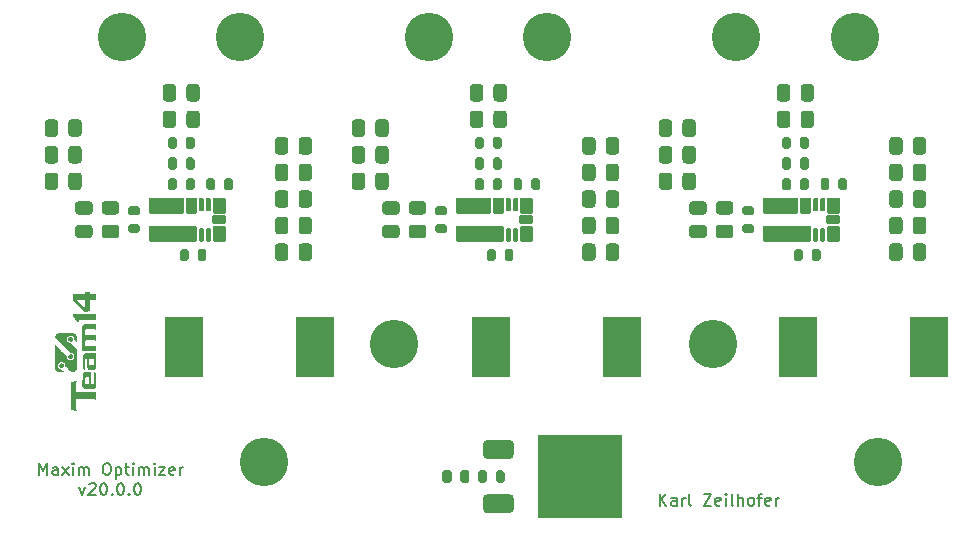
<source format=gbr>
%TF.GenerationSoftware,KiCad,Pcbnew,5.1.6-c6e7f7d~87~ubuntu20.04.1*%
%TF.CreationDate,2020-09-19T17:37:15+02:00*%
%TF.ProjectId,maxim-optimizer,6d617869-6d2d-46f7-9074-696d697a6572,rev?*%
%TF.SameCoordinates,PX3ef1480PY6acfc00*%
%TF.FileFunction,Soldermask,Top*%
%TF.FilePolarity,Negative*%
%FSLAX46Y46*%
G04 Gerber Fmt 4.6, Leading zero omitted, Abs format (unit mm)*
G04 Created by KiCad (PCBNEW 5.1.6-c6e7f7d~87~ubuntu20.04.1) date 2020-09-19 17:37:15*
%MOMM*%
%LPD*%
G01*
G04 APERTURE LIST*
%ADD10C,0.200000*%
%ADD11C,0.300000*%
%ADD12C,4.100000*%
%ADD13R,3.303200X5.203200*%
%ADD14R,3.640000X3.640000*%
G04 APERTURE END LIST*
D10*
X54500000Y1297620D02*
X54500000Y2297620D01*
X55071428Y1297620D02*
X54642857Y1869048D01*
X55071428Y2297620D02*
X54500000Y1726191D01*
X55928571Y1297620D02*
X55928571Y1821429D01*
X55880952Y1916667D01*
X55785714Y1964286D01*
X55595238Y1964286D01*
X55500000Y1916667D01*
X55928571Y1345239D02*
X55833333Y1297620D01*
X55595238Y1297620D01*
X55500000Y1345239D01*
X55452380Y1440477D01*
X55452380Y1535715D01*
X55500000Y1630953D01*
X55595238Y1678572D01*
X55833333Y1678572D01*
X55928571Y1726191D01*
X56404761Y1297620D02*
X56404761Y1964286D01*
X56404761Y1773810D02*
X56452380Y1869048D01*
X56500000Y1916667D01*
X56595238Y1964286D01*
X56690476Y1964286D01*
X57166666Y1297620D02*
X57071428Y1345239D01*
X57023809Y1440477D01*
X57023809Y2297620D01*
X58214285Y2297620D02*
X58880952Y2297620D01*
X58214285Y1297620D01*
X58880952Y1297620D01*
X59642857Y1345239D02*
X59547619Y1297620D01*
X59357142Y1297620D01*
X59261904Y1345239D01*
X59214285Y1440477D01*
X59214285Y1821429D01*
X59261904Y1916667D01*
X59357142Y1964286D01*
X59547619Y1964286D01*
X59642857Y1916667D01*
X59690476Y1821429D01*
X59690476Y1726191D01*
X59214285Y1630953D01*
X60119047Y1297620D02*
X60119047Y1964286D01*
X60119047Y2297620D02*
X60071428Y2250000D01*
X60119047Y2202381D01*
X60166666Y2250000D01*
X60119047Y2297620D01*
X60119047Y2202381D01*
X60738095Y1297620D02*
X60642857Y1345239D01*
X60595238Y1440477D01*
X60595238Y2297620D01*
X61119047Y1297620D02*
X61119047Y2297620D01*
X61547619Y1297620D02*
X61547619Y1821429D01*
X61500000Y1916667D01*
X61404761Y1964286D01*
X61261904Y1964286D01*
X61166666Y1916667D01*
X61119047Y1869048D01*
X62166666Y1297620D02*
X62071428Y1345239D01*
X62023809Y1392858D01*
X61976190Y1488096D01*
X61976190Y1773810D01*
X62023809Y1869048D01*
X62071428Y1916667D01*
X62166666Y1964286D01*
X62309523Y1964286D01*
X62404761Y1916667D01*
X62452380Y1869048D01*
X62500000Y1773810D01*
X62500000Y1488096D01*
X62452380Y1392858D01*
X62404761Y1345239D01*
X62309523Y1297620D01*
X62166666Y1297620D01*
X62785714Y1964286D02*
X63166666Y1964286D01*
X62928571Y1297620D02*
X62928571Y2154762D01*
X62976190Y2250000D01*
X63071428Y2297620D01*
X63166666Y2297620D01*
X63880952Y1345239D02*
X63785714Y1297620D01*
X63595238Y1297620D01*
X63500000Y1345239D01*
X63452380Y1440477D01*
X63452380Y1821429D01*
X63500000Y1916667D01*
X63595238Y1964286D01*
X63785714Y1964286D01*
X63880952Y1916667D01*
X63928571Y1821429D01*
X63928571Y1726191D01*
X63452380Y1630953D01*
X64357142Y1297620D02*
X64357142Y1964286D01*
X64357142Y1773810D02*
X64404761Y1869048D01*
X64452380Y1916667D01*
X64547619Y1964286D01*
X64642857Y1964286D01*
X1976190Y3897620D02*
X1976190Y4897620D01*
X2309523Y4183334D01*
X2642857Y4897620D01*
X2642857Y3897620D01*
X3547619Y3897620D02*
X3547619Y4421429D01*
X3500000Y4516667D01*
X3404761Y4564286D01*
X3214285Y4564286D01*
X3119047Y4516667D01*
X3547619Y3945239D02*
X3452380Y3897620D01*
X3214285Y3897620D01*
X3119047Y3945239D01*
X3071428Y4040477D01*
X3071428Y4135715D01*
X3119047Y4230953D01*
X3214285Y4278572D01*
X3452380Y4278572D01*
X3547619Y4326191D01*
X3928571Y3897620D02*
X4452380Y4564286D01*
X3928571Y4564286D02*
X4452380Y3897620D01*
X4833333Y3897620D02*
X4833333Y4564286D01*
X4833333Y4897620D02*
X4785714Y4850000D01*
X4833333Y4802381D01*
X4880952Y4850000D01*
X4833333Y4897620D01*
X4833333Y4802381D01*
X5309523Y3897620D02*
X5309523Y4564286D01*
X5309523Y4469048D02*
X5357142Y4516667D01*
X5452380Y4564286D01*
X5595238Y4564286D01*
X5690476Y4516667D01*
X5738095Y4421429D01*
X5738095Y3897620D01*
X5738095Y4421429D02*
X5785714Y4516667D01*
X5880952Y4564286D01*
X6023809Y4564286D01*
X6119047Y4516667D01*
X6166666Y4421429D01*
X6166666Y3897620D01*
X7595238Y4897620D02*
X7785714Y4897620D01*
X7880952Y4850000D01*
X7976190Y4754762D01*
X8023809Y4564286D01*
X8023809Y4230953D01*
X7976190Y4040477D01*
X7880952Y3945239D01*
X7785714Y3897620D01*
X7595238Y3897620D01*
X7500000Y3945239D01*
X7404761Y4040477D01*
X7357142Y4230953D01*
X7357142Y4564286D01*
X7404761Y4754762D01*
X7500000Y4850000D01*
X7595238Y4897620D01*
X8452380Y4564286D02*
X8452380Y3564286D01*
X8452380Y4516667D02*
X8547619Y4564286D01*
X8738095Y4564286D01*
X8833333Y4516667D01*
X8880952Y4469048D01*
X8928571Y4373810D01*
X8928571Y4088096D01*
X8880952Y3992858D01*
X8833333Y3945239D01*
X8738095Y3897620D01*
X8547619Y3897620D01*
X8452380Y3945239D01*
X9214285Y4564286D02*
X9595238Y4564286D01*
X9357142Y4897620D02*
X9357142Y4040477D01*
X9404761Y3945239D01*
X9500000Y3897620D01*
X9595238Y3897620D01*
X9928571Y3897620D02*
X9928571Y4564286D01*
X9928571Y4897620D02*
X9880952Y4850000D01*
X9928571Y4802381D01*
X9976190Y4850000D01*
X9928571Y4897620D01*
X9928571Y4802381D01*
X10404761Y3897620D02*
X10404761Y4564286D01*
X10404761Y4469048D02*
X10452380Y4516667D01*
X10547619Y4564286D01*
X10690476Y4564286D01*
X10785714Y4516667D01*
X10833333Y4421429D01*
X10833333Y3897620D01*
X10833333Y4421429D02*
X10880952Y4516667D01*
X10976190Y4564286D01*
X11119047Y4564286D01*
X11214285Y4516667D01*
X11261904Y4421429D01*
X11261904Y3897620D01*
X11738095Y3897620D02*
X11738095Y4564286D01*
X11738095Y4897620D02*
X11690476Y4850000D01*
X11738095Y4802381D01*
X11785714Y4850000D01*
X11738095Y4897620D01*
X11738095Y4802381D01*
X12119047Y4564286D02*
X12642857Y4564286D01*
X12119047Y3897620D01*
X12642857Y3897620D01*
X13404761Y3945239D02*
X13309523Y3897620D01*
X13119047Y3897620D01*
X13023809Y3945239D01*
X12976190Y4040477D01*
X12976190Y4421429D01*
X13023809Y4516667D01*
X13119047Y4564286D01*
X13309523Y4564286D01*
X13404761Y4516667D01*
X13452380Y4421429D01*
X13452380Y4326191D01*
X12976190Y4230953D01*
X13880952Y3897620D02*
X13880952Y4564286D01*
X13880952Y4373810D02*
X13928571Y4469048D01*
X13976190Y4516667D01*
X14071428Y4564286D01*
X14166666Y4564286D01*
X5380952Y2864286D02*
X5619047Y2197620D01*
X5857142Y2864286D01*
X6190476Y3102381D02*
X6238095Y3150000D01*
X6333333Y3197620D01*
X6571428Y3197620D01*
X6666666Y3150000D01*
X6714285Y3102381D01*
X6761904Y3007143D01*
X6761904Y2911905D01*
X6714285Y2769048D01*
X6142857Y2197620D01*
X6761904Y2197620D01*
X7380952Y3197620D02*
X7476190Y3197620D01*
X7571428Y3150000D01*
X7619047Y3102381D01*
X7666666Y3007143D01*
X7714285Y2816667D01*
X7714285Y2578572D01*
X7666666Y2388096D01*
X7619047Y2292858D01*
X7571428Y2245239D01*
X7476190Y2197620D01*
X7380952Y2197620D01*
X7285714Y2245239D01*
X7238095Y2292858D01*
X7190476Y2388096D01*
X7142857Y2578572D01*
X7142857Y2816667D01*
X7190476Y3007143D01*
X7238095Y3102381D01*
X7285714Y3150000D01*
X7380952Y3197620D01*
X8142857Y2292858D02*
X8190476Y2245239D01*
X8142857Y2197620D01*
X8095238Y2245239D01*
X8142857Y2292858D01*
X8142857Y2197620D01*
X8809523Y3197620D02*
X8904761Y3197620D01*
X9000000Y3150000D01*
X9047619Y3102381D01*
X9095238Y3007143D01*
X9142857Y2816667D01*
X9142857Y2578572D01*
X9095238Y2388096D01*
X9047619Y2292858D01*
X9000000Y2245239D01*
X8904761Y2197620D01*
X8809523Y2197620D01*
X8714285Y2245239D01*
X8666666Y2292858D01*
X8619047Y2388096D01*
X8571428Y2578572D01*
X8571428Y2816667D01*
X8619047Y3007143D01*
X8666666Y3102381D01*
X8714285Y3150000D01*
X8809523Y3197620D01*
X9571428Y2292858D02*
X9619047Y2245239D01*
X9571428Y2197620D01*
X9523809Y2245239D01*
X9571428Y2292858D01*
X9571428Y2197620D01*
X10238095Y3197620D02*
X10333333Y3197620D01*
X10428571Y3150000D01*
X10476190Y3102381D01*
X10523809Y3007143D01*
X10571428Y2816667D01*
X10571428Y2578572D01*
X10523809Y2388096D01*
X10476190Y2292858D01*
X10428571Y2245239D01*
X10333333Y2197620D01*
X10238095Y2197620D01*
X10142857Y2245239D01*
X10095238Y2292858D01*
X10047619Y2388096D01*
X10000000Y2578572D01*
X10000000Y2816667D01*
X10047619Y3007143D01*
X10095238Y3102381D01*
X10142857Y3150000D01*
X10238095Y3197620D01*
D11*
%TO.C,Item102*%
G36*
X4637729Y9394822D02*
G01*
X5166159Y9343721D01*
X5123902Y9526086D01*
X5123902Y10304365D01*
X6663802Y10300433D01*
X6821035Y10268988D01*
X6817104Y10917573D01*
X6663802Y10882196D01*
X5123902Y10890058D01*
X5123902Y11642367D01*
X5170090Y11850701D01*
X4637729Y11791738D01*
X4637729Y9394822D01*
G37*
G36*
X5632650Y11443352D02*
G01*
X5820753Y11699548D01*
X5820753Y12101576D01*
X5905017Y12156688D01*
X6148200Y12156688D01*
X6148200Y11619004D01*
X5905019Y11619004D01*
X5820753Y11699548D01*
X5632650Y11443352D01*
X5691019Y11282339D01*
X5853134Y11196944D01*
X6193630Y11177509D01*
X6594062Y11193681D01*
X6751347Y11258581D01*
X6821035Y11407674D01*
X6821035Y12558786D01*
X6594062Y12596060D01*
X6634598Y12477714D01*
X6634598Y11699548D01*
X6566585Y11619004D01*
X6333006Y11619004D01*
X6333006Y12596060D01*
X5853134Y12596060D01*
X5713729Y12524219D01*
X5635913Y12351247D01*
X5632648Y11443352D01*
X5632650Y11443352D01*
G37*
G36*
X5642403Y12834417D02*
G01*
X5853134Y12805195D01*
X5827209Y12957622D01*
X5827209Y13670958D01*
X5873536Y13730963D01*
X5969883Y13730963D01*
X6201716Y13730963D01*
X6574627Y13730963D01*
X6639456Y13674220D01*
X6639456Y13254319D01*
X6574627Y13204065D01*
X6270706Y13204065D01*
X6201716Y13269582D01*
X6201716Y13730963D01*
X5969883Y13730963D01*
X6012051Y13674219D01*
X6012051Y12999752D01*
X6076916Y12863568D01*
X6174160Y12792213D01*
X6481108Y12756607D01*
X6722160Y12808456D01*
X6821035Y12938185D01*
X6821035Y14199450D01*
X6692937Y14180015D01*
X5908246Y14180015D01*
X5742909Y14128166D01*
X5642403Y13940062D01*
X5642403Y12834416D01*
X5642403Y12834417D01*
G37*
G36*
X5751016Y14377819D02*
G01*
X6702685Y14371334D01*
X6821035Y14342152D01*
X6821035Y14854464D01*
X6702685Y14826903D01*
X5890443Y14826903D01*
X5830457Y14871743D01*
X5830457Y15240332D01*
X5890443Y15288957D01*
X6702685Y15288957D01*
X6821035Y15256532D01*
X6821035Y15775329D01*
X6702685Y15739662D01*
X5890443Y15739662D01*
X5830457Y15791542D01*
X5830457Y16164427D01*
X5890443Y16222792D01*
X6702685Y16222792D01*
X6821035Y16177397D01*
X6821035Y16699437D01*
X6702685Y16670254D01*
X5867745Y16663770D01*
X5713181Y16597827D01*
X5632326Y16427068D01*
X5632326Y14341497D01*
X5751016Y14377819D01*
G37*
G36*
X5353953Y16800049D02*
G01*
X5353953Y17013634D01*
X6652810Y17013634D01*
X6821035Y16972241D01*
X6821035Y17531865D01*
X6652810Y17492128D01*
X4872749Y17492128D01*
X4872749Y17326560D01*
X5132912Y16800049D01*
X5353953Y16800049D01*
G37*
G36*
X4868821Y18671580D02*
G01*
X5834772Y17719610D01*
X5833101Y18035037D01*
X5115362Y18730038D01*
X5830175Y18730768D01*
X5835415Y17718719D01*
X6275318Y17731154D01*
X6275318Y18736350D01*
X6670528Y18731131D01*
X6820922Y18699303D01*
X6820922Y19208119D01*
X6594313Y19167959D01*
X6275318Y19167959D01*
X6275318Y19368481D01*
X5829197Y19368481D01*
X5829197Y19167959D01*
X4868821Y19167959D01*
X4868821Y18671579D01*
X4868821Y18671580D01*
G37*
%TO.C,Item101*%
G36*
X3317729Y12969092D02*
G01*
X3325325Y12893263D01*
X3347124Y12822719D01*
X3381640Y12758948D01*
X3427389Y12703436D01*
X3482884Y12657671D01*
X3546641Y12623141D01*
X3617175Y12601332D01*
X3693001Y12593732D01*
X3742952Y12593732D01*
X3792904Y12593732D01*
X3842856Y12593732D01*
X3892808Y12593732D01*
X3942760Y12593732D01*
X3992711Y12593732D01*
X4042663Y12593732D01*
X4092615Y12593732D01*
X4065653Y12620693D01*
X4038692Y12647655D01*
X4011730Y12674617D01*
X3984768Y12701578D01*
X3957806Y12728540D01*
X3930845Y12755502D01*
X3903883Y12782464D01*
X3876921Y12809425D01*
X3844316Y12809669D01*
X3811870Y12813168D01*
X3779850Y12819932D01*
X3748525Y12829969D01*
X3718164Y12843289D01*
X3689034Y12859902D01*
X3661404Y12879816D01*
X3635542Y12903042D01*
X3613434Y12927498D01*
X3594274Y12953555D01*
X3578061Y12980985D01*
X3564796Y13009558D01*
X3554478Y13039047D01*
X3547108Y13069224D01*
X3542685Y13099860D01*
X3541210Y13130728D01*
X3542683Y13161600D01*
X3547105Y13192245D01*
X3554476Y13222436D01*
X3564795Y13251940D01*
X3578061Y13280529D01*
X3594275Y13307973D01*
X3613435Y13334041D01*
X3635542Y13358504D01*
X3686064Y13399776D01*
X3742082Y13429257D01*
X3801762Y13446945D01*
X3863273Y13452841D01*
X3924785Y13446945D01*
X3984465Y13429257D01*
X4040481Y13399776D01*
X4091004Y13358504D01*
X4114225Y13332646D01*
X4134135Y13305015D01*
X4150745Y13275883D01*
X4164064Y13245518D01*
X4174102Y13214190D01*
X4180867Y13182168D01*
X4184370Y13149723D01*
X4184621Y13117124D01*
X4250045Y13051700D01*
X4315469Y12986276D01*
X4380893Y12920852D01*
X4446317Y12855428D01*
X4511741Y12790004D01*
X4577165Y12724580D01*
X4642589Y12659156D01*
X4708013Y12593732D01*
X4720386Y12593732D01*
X4732760Y12593732D01*
X4745133Y12593732D01*
X4757506Y12593732D01*
X4769879Y12593732D01*
X4782252Y12593732D01*
X4794626Y12593732D01*
X4806999Y12593732D01*
X4882824Y12601332D01*
X4953358Y12623141D01*
X5017115Y12657671D01*
X5072611Y12703436D01*
X5118359Y12758948D01*
X5152875Y12822719D01*
X5174674Y12893263D01*
X5182270Y12969092D01*
X5182270Y13162534D01*
X5182270Y13355976D01*
X5182270Y13549417D01*
X5182270Y13742859D01*
X5182270Y13936301D01*
X5182270Y14129743D01*
X5182270Y14323185D01*
X5182270Y14516626D01*
X5115179Y14583717D01*
X5048088Y14650808D01*
X4980997Y14717899D01*
X4913906Y14784990D01*
X4846815Y14852081D01*
X4779724Y14919172D01*
X4712633Y14986264D01*
X4645542Y15053355D01*
X4612938Y15053593D01*
X4580491Y15057092D01*
X4548471Y15063856D01*
X4517147Y15073893D01*
X4486785Y15087213D01*
X4457655Y15103826D01*
X4430025Y15123740D01*
X4404163Y15146966D01*
X4382055Y15171426D01*
X4362895Y15197494D01*
X4346682Y15224937D01*
X4333417Y15253527D01*
X4323099Y15283032D01*
X4315729Y15313224D01*
X4311306Y15343870D01*
X4309830Y15374741D01*
X4311300Y15405609D01*
X4315712Y15436244D01*
X4323068Y15466420D01*
X4333371Y15495909D01*
X4346621Y15524482D01*
X4362820Y15551911D01*
X4381970Y15577969D01*
X4404073Y15602428D01*
X4454596Y15643701D01*
X4510613Y15673181D01*
X4570293Y15690869D01*
X4631804Y15696766D01*
X4693316Y15690869D01*
X4752996Y15673181D01*
X4809013Y15643701D01*
X4859535Y15602428D01*
X4882767Y15576565D01*
X4902693Y15548934D01*
X4919321Y15519805D01*
X4932658Y15489444D01*
X4942711Y15458120D01*
X4949487Y15426101D01*
X4952995Y15393654D01*
X4953242Y15361048D01*
X4981871Y15332420D01*
X5010499Y15303791D01*
X5039128Y15275162D01*
X5067756Y15246534D01*
X5096385Y15217905D01*
X5125014Y15189277D01*
X5153642Y15160648D01*
X5182271Y15132020D01*
X5182271Y15181882D01*
X5182271Y15231744D01*
X5182271Y15281606D01*
X5182271Y15331469D01*
X5182271Y15381331D01*
X5182271Y15431193D01*
X5182271Y15481056D01*
X5182271Y15530918D01*
X5174675Y15606747D01*
X5152876Y15677291D01*
X5118360Y15741063D01*
X5072611Y15796574D01*
X5017116Y15842339D01*
X4953359Y15876870D01*
X4882825Y15898678D01*
X4807000Y15906279D01*
X4667749Y15906279D01*
X4528499Y15906279D01*
X4389250Y15906279D01*
X4250000Y15906279D01*
X4110750Y15906279D01*
X3971500Y15906279D01*
X3832250Y15906279D01*
X3693001Y15906279D01*
X3617328Y15898709D01*
X3546929Y15876983D01*
X3483278Y15842581D01*
X3427847Y15796981D01*
X3382112Y15741661D01*
X3347546Y15678101D01*
X3325624Y15607778D01*
X3317819Y15532172D01*
X3480372Y15369619D01*
X3642926Y15207065D01*
X3805479Y15044512D01*
X3968032Y14881959D01*
X4130585Y14719405D01*
X4293139Y14556852D01*
X4455692Y14394299D01*
X4618245Y14231745D01*
X4650850Y14231493D01*
X4683296Y14227984D01*
X4715316Y14221206D01*
X4746641Y14211152D01*
X4777002Y14197816D01*
X4806132Y14181189D01*
X4833763Y14161264D01*
X4859625Y14138035D01*
X4900898Y14087520D01*
X4930384Y14031515D01*
X4948084Y13971850D01*
X4953994Y13910355D01*
X4948115Y13848859D01*
X4930444Y13789200D01*
X4900980Y13733192D01*
X4859723Y13682671D01*
X4809200Y13641399D01*
X4753183Y13611918D01*
X4693503Y13594230D01*
X4631991Y13588334D01*
X4570479Y13594230D01*
X4510799Y13611918D01*
X4454782Y13641399D01*
X4404259Y13682671D01*
X4381027Y13708534D01*
X4361101Y13736165D01*
X4344474Y13765294D01*
X4331137Y13795655D01*
X4321084Y13826979D01*
X4314308Y13858998D01*
X4310800Y13891445D01*
X4310553Y13924051D01*
X4186451Y14048142D01*
X4062349Y14172233D01*
X3938247Y14296324D01*
X3814145Y14420415D01*
X3690043Y14544506D01*
X3565941Y14668597D01*
X3441839Y14792688D01*
X3317736Y14916778D01*
X3317735Y14673318D01*
X3317734Y14429857D01*
X3317734Y14186396D01*
X3317733Y13942935D01*
X3317732Y13699474D01*
X3317731Y13456014D01*
X3317730Y13212553D01*
X3317729Y12969092D01*
G37*
G36*
X3720294Y13273745D02*
G01*
X3752016Y13299658D01*
X3787189Y13318167D01*
X3824662Y13329272D01*
X3863284Y13332974D01*
X3901907Y13329272D01*
X3939380Y13318167D01*
X3974552Y13299658D01*
X4006275Y13273745D01*
X4032187Y13242023D01*
X4050696Y13206850D01*
X4061802Y13169377D01*
X4065504Y13130755D01*
X4061802Y13092132D01*
X4050696Y13054659D01*
X4032187Y13019487D01*
X4006275Y12987764D01*
X3974552Y12961852D01*
X3939380Y12943343D01*
X3901907Y12932237D01*
X3863284Y12928535D01*
X3824662Y12932237D01*
X3787189Y12943343D01*
X3752016Y12961851D01*
X3720294Y12987764D01*
X3694381Y13019487D01*
X3675872Y13054659D01*
X3664767Y13092132D01*
X3661065Y13130755D01*
X3664767Y13169377D01*
X3675872Y13206850D01*
X3694381Y13242023D01*
X3720294Y13273745D01*
G37*
G36*
X4708035Y12593721D02*
G01*
X4092620Y12593721D01*
X4708035Y12593721D01*
G37*
G36*
X4774968Y13767333D02*
G01*
X4743245Y13741420D01*
X4708073Y13722911D01*
X4670600Y13711806D01*
X4631977Y13708104D01*
X4593355Y13711806D01*
X4555882Y13722911D01*
X4520710Y13741420D01*
X4488987Y13767333D01*
X4463074Y13799055D01*
X4444565Y13834228D01*
X4433460Y13871701D01*
X4429758Y13910323D01*
X4433460Y13948946D01*
X4444565Y13986419D01*
X4463074Y14021591D01*
X4488987Y14053314D01*
X4520710Y14079226D01*
X4555882Y14097735D01*
X4593355Y14108841D01*
X4631978Y14112542D01*
X4670600Y14108841D01*
X4708073Y14097735D01*
X4743245Y14079226D01*
X4774968Y14053313D01*
X4800881Y14021591D01*
X4819390Y13986419D01*
X4830495Y13948946D01*
X4834197Y13910323D01*
X4830495Y13871701D01*
X4819390Y13834228D01*
X4800881Y13799055D01*
X4774968Y13767333D01*
G37*
G36*
X4488883Y15517695D02*
G01*
X4520605Y15543608D01*
X4555778Y15562117D01*
X4593250Y15573223D01*
X4631873Y15576924D01*
X4670496Y15573223D01*
X4707968Y15562117D01*
X4743141Y15543608D01*
X4774863Y15517695D01*
X4800776Y15485973D01*
X4819286Y15450800D01*
X4830391Y15413327D01*
X4834093Y15374705D01*
X4830391Y15336082D01*
X4819286Y15298610D01*
X4800776Y15263437D01*
X4774864Y15231714D01*
X4743141Y15205802D01*
X4707969Y15187293D01*
X4670496Y15176187D01*
X4631873Y15172486D01*
X4593251Y15176187D01*
X4555778Y15187293D01*
X4520606Y15205802D01*
X4488883Y15231715D01*
X4462970Y15263437D01*
X4444461Y15298609D01*
X4433356Y15336082D01*
X4429654Y15374705D01*
X4433356Y15413328D01*
X4444461Y15450800D01*
X4462970Y15485973D01*
X4488883Y15517695D01*
G37*
%TD*%
%TO.C,U201*%
G36*
G01*
X16774008Y27363000D02*
X17663992Y27363000D01*
G75*
G02*
X17763000Y27263992I0J-99008D01*
G01*
X17763000Y26123008D01*
G75*
G02*
X17663992Y26024000I-99008J0D01*
G01*
X16774008Y26024000D01*
G75*
G02*
X16675000Y26123008I0J99008D01*
G01*
X16675000Y27263992D01*
G75*
G02*
X16774008Y27363000I99008J0D01*
G01*
G37*
G36*
G01*
X16774008Y24976000D02*
X17663992Y24976000D01*
G75*
G02*
X17763000Y24876992I0J-99008D01*
G01*
X17763000Y23736008D01*
G75*
G02*
X17663992Y23637000I-99008J0D01*
G01*
X16774008Y23637000D01*
G75*
G02*
X16675000Y23736008I0J99008D01*
G01*
X16675000Y24876992D01*
G75*
G02*
X16774008Y24976000I99008J0D01*
G01*
G37*
G36*
G01*
X16704890Y25875000D02*
X17657110Y25875000D01*
G75*
G02*
X17763000Y25769110I0J-105890D01*
G01*
X17763000Y25229890D01*
G75*
G02*
X17657110Y25124000I-105890J0D01*
G01*
X16704890Y25124000D01*
G75*
G02*
X16599000Y25229890I0J105890D01*
G01*
X16599000Y25769110D01*
G75*
G02*
X16704890Y25875000I105890J0D01*
G01*
G37*
G36*
G01*
X16196221Y27363000D02*
X16402779Y27363000D01*
G75*
G02*
X16525000Y27240779I0J-122221D01*
G01*
X16525000Y26321221D01*
G75*
G02*
X16402779Y26199000I-122221J0D01*
G01*
X16196221Y26199000D01*
G75*
G02*
X16074000Y26321221I0J122221D01*
G01*
X16074000Y27240779D01*
G75*
G02*
X16196221Y27363000I122221J0D01*
G01*
G37*
G36*
G01*
X15596221Y27363000D02*
X15802779Y27363000D01*
G75*
G02*
X15925000Y27240779I0J-122221D01*
G01*
X15925000Y26321221D01*
G75*
G02*
X15802779Y26199000I-122221J0D01*
G01*
X15596221Y26199000D01*
G75*
G02*
X15474000Y26321221I0J122221D01*
G01*
X15474000Y27240779D01*
G75*
G02*
X15596221Y27363000I122221J0D01*
G01*
G37*
G36*
G01*
X15596221Y24801000D02*
X15802779Y24801000D01*
G75*
G02*
X15925000Y24678779I0J-122221D01*
G01*
X15925000Y23759221D01*
G75*
G02*
X15802779Y23637000I-122221J0D01*
G01*
X15596221Y23637000D01*
G75*
G02*
X15474000Y23759221I0J122221D01*
G01*
X15474000Y24678779D01*
G75*
G02*
X15596221Y24801000I122221J0D01*
G01*
G37*
G36*
G01*
X16196221Y24801000D02*
X16402779Y24801000D01*
G75*
G02*
X16525000Y24678779I0J-122221D01*
G01*
X16525000Y23759221D01*
G75*
G02*
X16402779Y23637000I-122221J0D01*
G01*
X16196221Y23637000D01*
G75*
G02*
X16074000Y23759221I0J122221D01*
G01*
X16074000Y24678779D01*
G75*
G02*
X16196221Y24801000I122221J0D01*
G01*
G37*
G36*
G01*
X14475757Y27363000D02*
X15223243Y27363000D01*
G75*
G02*
X15325000Y27261243I0J-101757D01*
G01*
X15325000Y26125757D01*
G75*
G02*
X15223243Y26024000I-101757J0D01*
G01*
X14475757Y26024000D01*
G75*
G02*
X14374000Y26125757I0J101757D01*
G01*
X14374000Y27261243D01*
G75*
G02*
X14475757Y27363000I101757J0D01*
G01*
G37*
G36*
G01*
X11334747Y27363000D02*
X14128253Y27363000D01*
G75*
G02*
X14226000Y27265253I0J-97747D01*
G01*
X14226000Y26121747D01*
G75*
G02*
X14128253Y26024000I-97747J0D01*
G01*
X11334747Y26024000D01*
G75*
G02*
X11237000Y26121747I0J97747D01*
G01*
X11237000Y27265253D01*
G75*
G02*
X11334747Y27363000I97747J0D01*
G01*
G37*
G36*
G01*
X11334747Y24976000D02*
X15228253Y24976000D01*
G75*
G02*
X15326000Y24878253I0J-97747D01*
G01*
X15326000Y23734747D01*
G75*
G02*
X15228253Y23637000I-97747J0D01*
G01*
X11334747Y23637000D01*
G75*
G02*
X11237000Y23734747I0J97747D01*
G01*
X11237000Y24878253D01*
G75*
G02*
X11334747Y24976000I97747J0D01*
G01*
G37*
%TD*%
%TO.C,U401*%
G36*
G01*
X68774008Y27363000D02*
X69663992Y27363000D01*
G75*
G02*
X69763000Y27263992I0J-99008D01*
G01*
X69763000Y26123008D01*
G75*
G02*
X69663992Y26024000I-99008J0D01*
G01*
X68774008Y26024000D01*
G75*
G02*
X68675000Y26123008I0J99008D01*
G01*
X68675000Y27263992D01*
G75*
G02*
X68774008Y27363000I99008J0D01*
G01*
G37*
G36*
G01*
X68774008Y24976000D02*
X69663992Y24976000D01*
G75*
G02*
X69763000Y24876992I0J-99008D01*
G01*
X69763000Y23736008D01*
G75*
G02*
X69663992Y23637000I-99008J0D01*
G01*
X68774008Y23637000D01*
G75*
G02*
X68675000Y23736008I0J99008D01*
G01*
X68675000Y24876992D01*
G75*
G02*
X68774008Y24976000I99008J0D01*
G01*
G37*
G36*
G01*
X68704890Y25875000D02*
X69657110Y25875000D01*
G75*
G02*
X69763000Y25769110I0J-105890D01*
G01*
X69763000Y25229890D01*
G75*
G02*
X69657110Y25124000I-105890J0D01*
G01*
X68704890Y25124000D01*
G75*
G02*
X68599000Y25229890I0J105890D01*
G01*
X68599000Y25769110D01*
G75*
G02*
X68704890Y25875000I105890J0D01*
G01*
G37*
G36*
G01*
X68196221Y27363000D02*
X68402779Y27363000D01*
G75*
G02*
X68525000Y27240779I0J-122221D01*
G01*
X68525000Y26321221D01*
G75*
G02*
X68402779Y26199000I-122221J0D01*
G01*
X68196221Y26199000D01*
G75*
G02*
X68074000Y26321221I0J122221D01*
G01*
X68074000Y27240779D01*
G75*
G02*
X68196221Y27363000I122221J0D01*
G01*
G37*
G36*
G01*
X67596221Y27363000D02*
X67802779Y27363000D01*
G75*
G02*
X67925000Y27240779I0J-122221D01*
G01*
X67925000Y26321221D01*
G75*
G02*
X67802779Y26199000I-122221J0D01*
G01*
X67596221Y26199000D01*
G75*
G02*
X67474000Y26321221I0J122221D01*
G01*
X67474000Y27240779D01*
G75*
G02*
X67596221Y27363000I122221J0D01*
G01*
G37*
G36*
G01*
X67596221Y24801000D02*
X67802779Y24801000D01*
G75*
G02*
X67925000Y24678779I0J-122221D01*
G01*
X67925000Y23759221D01*
G75*
G02*
X67802779Y23637000I-122221J0D01*
G01*
X67596221Y23637000D01*
G75*
G02*
X67474000Y23759221I0J122221D01*
G01*
X67474000Y24678779D01*
G75*
G02*
X67596221Y24801000I122221J0D01*
G01*
G37*
G36*
G01*
X68196221Y24801000D02*
X68402779Y24801000D01*
G75*
G02*
X68525000Y24678779I0J-122221D01*
G01*
X68525000Y23759221D01*
G75*
G02*
X68402779Y23637000I-122221J0D01*
G01*
X68196221Y23637000D01*
G75*
G02*
X68074000Y23759221I0J122221D01*
G01*
X68074000Y24678779D01*
G75*
G02*
X68196221Y24801000I122221J0D01*
G01*
G37*
G36*
G01*
X66475757Y27363000D02*
X67223243Y27363000D01*
G75*
G02*
X67325000Y27261243I0J-101757D01*
G01*
X67325000Y26125757D01*
G75*
G02*
X67223243Y26024000I-101757J0D01*
G01*
X66475757Y26024000D01*
G75*
G02*
X66374000Y26125757I0J101757D01*
G01*
X66374000Y27261243D01*
G75*
G02*
X66475757Y27363000I101757J0D01*
G01*
G37*
G36*
G01*
X63334747Y27363000D02*
X66128253Y27363000D01*
G75*
G02*
X66226000Y27265253I0J-97747D01*
G01*
X66226000Y26121747D01*
G75*
G02*
X66128253Y26024000I-97747J0D01*
G01*
X63334747Y26024000D01*
G75*
G02*
X63237000Y26121747I0J97747D01*
G01*
X63237000Y27265253D01*
G75*
G02*
X63334747Y27363000I97747J0D01*
G01*
G37*
G36*
G01*
X63334747Y24976000D02*
X67228253Y24976000D01*
G75*
G02*
X67326000Y24878253I0J-97747D01*
G01*
X67326000Y23734747D01*
G75*
G02*
X67228253Y23637000I-97747J0D01*
G01*
X63334747Y23637000D01*
G75*
G02*
X63237000Y23734747I0J97747D01*
G01*
X63237000Y24878253D01*
G75*
G02*
X63334747Y24976000I97747J0D01*
G01*
G37*
%TD*%
%TO.C,U301*%
G36*
G01*
X42774008Y27363000D02*
X43663992Y27363000D01*
G75*
G02*
X43763000Y27263992I0J-99008D01*
G01*
X43763000Y26123008D01*
G75*
G02*
X43663992Y26024000I-99008J0D01*
G01*
X42774008Y26024000D01*
G75*
G02*
X42675000Y26123008I0J99008D01*
G01*
X42675000Y27263992D01*
G75*
G02*
X42774008Y27363000I99008J0D01*
G01*
G37*
G36*
G01*
X42774008Y24976000D02*
X43663992Y24976000D01*
G75*
G02*
X43763000Y24876992I0J-99008D01*
G01*
X43763000Y23736008D01*
G75*
G02*
X43663992Y23637000I-99008J0D01*
G01*
X42774008Y23637000D01*
G75*
G02*
X42675000Y23736008I0J99008D01*
G01*
X42675000Y24876992D01*
G75*
G02*
X42774008Y24976000I99008J0D01*
G01*
G37*
G36*
G01*
X42704890Y25875000D02*
X43657110Y25875000D01*
G75*
G02*
X43763000Y25769110I0J-105890D01*
G01*
X43763000Y25229890D01*
G75*
G02*
X43657110Y25124000I-105890J0D01*
G01*
X42704890Y25124000D01*
G75*
G02*
X42599000Y25229890I0J105890D01*
G01*
X42599000Y25769110D01*
G75*
G02*
X42704890Y25875000I105890J0D01*
G01*
G37*
G36*
G01*
X42196221Y27363000D02*
X42402779Y27363000D01*
G75*
G02*
X42525000Y27240779I0J-122221D01*
G01*
X42525000Y26321221D01*
G75*
G02*
X42402779Y26199000I-122221J0D01*
G01*
X42196221Y26199000D01*
G75*
G02*
X42074000Y26321221I0J122221D01*
G01*
X42074000Y27240779D01*
G75*
G02*
X42196221Y27363000I122221J0D01*
G01*
G37*
G36*
G01*
X41596221Y27363000D02*
X41802779Y27363000D01*
G75*
G02*
X41925000Y27240779I0J-122221D01*
G01*
X41925000Y26321221D01*
G75*
G02*
X41802779Y26199000I-122221J0D01*
G01*
X41596221Y26199000D01*
G75*
G02*
X41474000Y26321221I0J122221D01*
G01*
X41474000Y27240779D01*
G75*
G02*
X41596221Y27363000I122221J0D01*
G01*
G37*
G36*
G01*
X41596221Y24801000D02*
X41802779Y24801000D01*
G75*
G02*
X41925000Y24678779I0J-122221D01*
G01*
X41925000Y23759221D01*
G75*
G02*
X41802779Y23637000I-122221J0D01*
G01*
X41596221Y23637000D01*
G75*
G02*
X41474000Y23759221I0J122221D01*
G01*
X41474000Y24678779D01*
G75*
G02*
X41596221Y24801000I122221J0D01*
G01*
G37*
G36*
G01*
X42196221Y24801000D02*
X42402779Y24801000D01*
G75*
G02*
X42525000Y24678779I0J-122221D01*
G01*
X42525000Y23759221D01*
G75*
G02*
X42402779Y23637000I-122221J0D01*
G01*
X42196221Y23637000D01*
G75*
G02*
X42074000Y23759221I0J122221D01*
G01*
X42074000Y24678779D01*
G75*
G02*
X42196221Y24801000I122221J0D01*
G01*
G37*
G36*
G01*
X40475757Y27363000D02*
X41223243Y27363000D01*
G75*
G02*
X41325000Y27261243I0J-101757D01*
G01*
X41325000Y26125757D01*
G75*
G02*
X41223243Y26024000I-101757J0D01*
G01*
X40475757Y26024000D01*
G75*
G02*
X40374000Y26125757I0J101757D01*
G01*
X40374000Y27261243D01*
G75*
G02*
X40475757Y27363000I101757J0D01*
G01*
G37*
G36*
G01*
X37334747Y27363000D02*
X40128253Y27363000D01*
G75*
G02*
X40226000Y27265253I0J-97747D01*
G01*
X40226000Y26121747D01*
G75*
G02*
X40128253Y26024000I-97747J0D01*
G01*
X37334747Y26024000D01*
G75*
G02*
X37237000Y26121747I0J97747D01*
G01*
X37237000Y27265253D01*
G75*
G02*
X37334747Y27363000I97747J0D01*
G01*
G37*
G36*
G01*
X37334747Y24976000D02*
X41228253Y24976000D01*
G75*
G02*
X41326000Y24878253I0J-97747D01*
G01*
X41326000Y23734747D01*
G75*
G02*
X41228253Y23637000I-97747J0D01*
G01*
X37334747Y23637000D01*
G75*
G02*
X37237000Y23734747I0J97747D01*
G01*
X37237000Y24878253D01*
G75*
G02*
X37334747Y24976000I97747J0D01*
G01*
G37*
%TD*%
D12*
%TO.C,SP110*%
X21000000Y5000000D03*
%TD*%
%TO.C,SP109*%
X73000000Y5000000D03*
%TD*%
%TO.C,SP108*%
X32000000Y15000000D03*
%TD*%
%TO.C,SP107*%
X59000000Y15000000D03*
%TD*%
%TO.C,SP106*%
X19000000Y41000000D03*
%TD*%
%TO.C,SP105*%
X9000000Y41000000D03*
%TD*%
%TO.C,SP104*%
X45000000Y41000000D03*
%TD*%
%TO.C,SP103*%
X35000000Y41000000D03*
%TD*%
%TO.C,SP102*%
X71000000Y41000000D03*
%TD*%
%TO.C,SP101*%
X61000000Y41000000D03*
%TD*%
%TO.C,R101*%
G36*
G01*
X36900000Y4100000D02*
X36900000Y3400000D01*
G75*
G02*
X36700000Y3200000I-200000J0D01*
G01*
X36300000Y3200000D01*
G75*
G02*
X36100000Y3400000I0J200000D01*
G01*
X36100000Y4100000D01*
G75*
G02*
X36300000Y4300000I200000J0D01*
G01*
X36700000Y4300000D01*
G75*
G02*
X36900000Y4100000I0J-200000D01*
G01*
G37*
G36*
G01*
X38400000Y4100000D02*
X38400000Y3400000D01*
G75*
G02*
X38200000Y3200000I-200000J0D01*
G01*
X37800000Y3200000D01*
G75*
G02*
X37600000Y3400000I0J200000D01*
G01*
X37600000Y4100000D01*
G75*
G02*
X37800000Y4300000I200000J0D01*
G01*
X38200000Y4300000D01*
G75*
G02*
X38400000Y4100000I0J-200000D01*
G01*
G37*
%TD*%
D13*
%TO.C,L401*%
X77300000Y14750000D03*
X66200000Y14750000D03*
%TD*%
%TO.C,L301*%
X51300000Y14750000D03*
X40200000Y14750000D03*
%TD*%
%TO.C,L201*%
X25300000Y14750000D03*
X14200000Y14750000D03*
%TD*%
D14*
%TO.C,D101*%
X46000000Y2000000D03*
X46000000Y5500000D03*
X49500000Y2000000D03*
X49500000Y5500000D03*
G36*
G01*
X39940000Y2270000D02*
X41760000Y2270000D01*
G75*
G02*
X42170000Y1860000I0J-410000D01*
G01*
X42170000Y1040000D01*
G75*
G02*
X41760000Y630000I-410000J0D01*
G01*
X39940000Y630000D01*
G75*
G02*
X39530000Y1040000I0J410000D01*
G01*
X39530000Y1860000D01*
G75*
G02*
X39940000Y2270000I410000J0D01*
G01*
G37*
G36*
G01*
X39940000Y6870000D02*
X41760000Y6870000D01*
G75*
G02*
X42170000Y6460000I0J-410000D01*
G01*
X42170000Y5640000D01*
G75*
G02*
X41760000Y5230000I-410000J0D01*
G01*
X39940000Y5230000D01*
G75*
G02*
X39530000Y5640000I0J410000D01*
G01*
X39530000Y6460000D01*
G75*
G02*
X39940000Y6870000I410000J0D01*
G01*
G37*
%TD*%
%TO.C,C418*%
G36*
G01*
X77070000Y32210000D02*
X77070000Y31290000D01*
G75*
G02*
X76785000Y31005000I-285000J0D01*
G01*
X76215000Y31005000D01*
G75*
G02*
X75930000Y31290000I0J285000D01*
G01*
X75930000Y32210000D01*
G75*
G02*
X76215000Y32495000I285000J0D01*
G01*
X76785000Y32495000D01*
G75*
G02*
X77070000Y32210000I0J-285000D01*
G01*
G37*
G36*
G01*
X75070000Y32210000D02*
X75070000Y31290000D01*
G75*
G02*
X74785000Y31005000I-285000J0D01*
G01*
X74215000Y31005000D01*
G75*
G02*
X73930000Y31290000I0J285000D01*
G01*
X73930000Y32210000D01*
G75*
G02*
X74215000Y32495000I285000J0D01*
G01*
X74785000Y32495000D01*
G75*
G02*
X75070000Y32210000I0J-285000D01*
G01*
G37*
%TD*%
%TO.C,C417*%
G36*
G01*
X77070000Y29960000D02*
X77070000Y29040000D01*
G75*
G02*
X76785000Y28755000I-285000J0D01*
G01*
X76215000Y28755000D01*
G75*
G02*
X75930000Y29040000I0J285000D01*
G01*
X75930000Y29960000D01*
G75*
G02*
X76215000Y30245000I285000J0D01*
G01*
X76785000Y30245000D01*
G75*
G02*
X77070000Y29960000I0J-285000D01*
G01*
G37*
G36*
G01*
X75070000Y29960000D02*
X75070000Y29040000D01*
G75*
G02*
X74785000Y28755000I-285000J0D01*
G01*
X74215000Y28755000D01*
G75*
G02*
X73930000Y29040000I0J285000D01*
G01*
X73930000Y29960000D01*
G75*
G02*
X74215000Y30245000I285000J0D01*
G01*
X74785000Y30245000D01*
G75*
G02*
X75070000Y29960000I0J-285000D01*
G01*
G37*
%TD*%
%TO.C,C416*%
G36*
G01*
X77070000Y27710000D02*
X77070000Y26790000D01*
G75*
G02*
X76785000Y26505000I-285000J0D01*
G01*
X76215000Y26505000D01*
G75*
G02*
X75930000Y26790000I0J285000D01*
G01*
X75930000Y27710000D01*
G75*
G02*
X76215000Y27995000I285000J0D01*
G01*
X76785000Y27995000D01*
G75*
G02*
X77070000Y27710000I0J-285000D01*
G01*
G37*
G36*
G01*
X75070000Y27710000D02*
X75070000Y26790000D01*
G75*
G02*
X74785000Y26505000I-285000J0D01*
G01*
X74215000Y26505000D01*
G75*
G02*
X73930000Y26790000I0J285000D01*
G01*
X73930000Y27710000D01*
G75*
G02*
X74215000Y27995000I285000J0D01*
G01*
X74785000Y27995000D01*
G75*
G02*
X75070000Y27710000I0J-285000D01*
G01*
G37*
%TD*%
%TO.C,C415*%
G36*
G01*
X77070000Y25460000D02*
X77070000Y24540000D01*
G75*
G02*
X76785000Y24255000I-285000J0D01*
G01*
X76215000Y24255000D01*
G75*
G02*
X75930000Y24540000I0J285000D01*
G01*
X75930000Y25460000D01*
G75*
G02*
X76215000Y25745000I285000J0D01*
G01*
X76785000Y25745000D01*
G75*
G02*
X77070000Y25460000I0J-285000D01*
G01*
G37*
G36*
G01*
X75070000Y25460000D02*
X75070000Y24540000D01*
G75*
G02*
X74785000Y24255000I-285000J0D01*
G01*
X74215000Y24255000D01*
G75*
G02*
X73930000Y24540000I0J285000D01*
G01*
X73930000Y25460000D01*
G75*
G02*
X74215000Y25745000I285000J0D01*
G01*
X74785000Y25745000D01*
G75*
G02*
X75070000Y25460000I0J-285000D01*
G01*
G37*
%TD*%
%TO.C,C414*%
G36*
G01*
X77070000Y23210000D02*
X77070000Y22290000D01*
G75*
G02*
X76785000Y22005000I-285000J0D01*
G01*
X76215000Y22005000D01*
G75*
G02*
X75930000Y22290000I0J285000D01*
G01*
X75930000Y23210000D01*
G75*
G02*
X76215000Y23495000I285000J0D01*
G01*
X76785000Y23495000D01*
G75*
G02*
X77070000Y23210000I0J-285000D01*
G01*
G37*
G36*
G01*
X75070000Y23210000D02*
X75070000Y22290000D01*
G75*
G02*
X74785000Y22005000I-285000J0D01*
G01*
X74215000Y22005000D01*
G75*
G02*
X73930000Y22290000I0J285000D01*
G01*
X73930000Y23210000D01*
G75*
G02*
X74215000Y23495000I285000J0D01*
G01*
X74785000Y23495000D01*
G75*
G02*
X75070000Y23210000I0J-285000D01*
G01*
G37*
%TD*%
%TO.C,C413*%
G36*
G01*
X68123680Y22835000D02*
X68123680Y22165000D01*
G75*
G02*
X67938680Y21980000I-185000J0D01*
G01*
X67568680Y21980000D01*
G75*
G02*
X67383680Y22165000I0J185000D01*
G01*
X67383680Y22835000D01*
G75*
G02*
X67568680Y23020000I185000J0D01*
G01*
X67938680Y23020000D01*
G75*
G02*
X68123680Y22835000I0J-185000D01*
G01*
G37*
G36*
G01*
X66620000Y22835000D02*
X66620000Y22165000D01*
G75*
G02*
X66435000Y21980000I-185000J0D01*
G01*
X66065000Y21980000D01*
G75*
G02*
X65880000Y22165000I0J185000D01*
G01*
X65880000Y22835000D01*
G75*
G02*
X66065000Y23020000I185000J0D01*
G01*
X66435000Y23020000D01*
G75*
G02*
X66620000Y22835000I0J-185000D01*
G01*
G37*
%TD*%
%TO.C,C412*%
G36*
G01*
X68128160Y28165000D02*
X68128160Y28835000D01*
G75*
G02*
X68313160Y29020000I185000J0D01*
G01*
X68683160Y29020000D01*
G75*
G02*
X68868160Y28835000I0J-185000D01*
G01*
X68868160Y28165000D01*
G75*
G02*
X68683160Y27980000I-185000J0D01*
G01*
X68313160Y27980000D01*
G75*
G02*
X68128160Y28165000I0J185000D01*
G01*
G37*
G36*
G01*
X69631840Y28165000D02*
X69631840Y28835000D01*
G75*
G02*
X69816840Y29020000I185000J0D01*
G01*
X70186840Y29020000D01*
G75*
G02*
X70371840Y28835000I0J-185000D01*
G01*
X70371840Y28165000D01*
G75*
G02*
X70186840Y27980000I-185000J0D01*
G01*
X69816840Y27980000D01*
G75*
G02*
X69631840Y28165000I0J185000D01*
G01*
G37*
%TD*%
%TO.C,C411*%
G36*
G01*
X64878160Y28165000D02*
X64878160Y28835000D01*
G75*
G02*
X65063160Y29020000I185000J0D01*
G01*
X65433160Y29020000D01*
G75*
G02*
X65618160Y28835000I0J-185000D01*
G01*
X65618160Y28165000D01*
G75*
G02*
X65433160Y27980000I-185000J0D01*
G01*
X65063160Y27980000D01*
G75*
G02*
X64878160Y28165000I0J185000D01*
G01*
G37*
G36*
G01*
X66381840Y28165000D02*
X66381840Y28835000D01*
G75*
G02*
X66566840Y29020000I185000J0D01*
G01*
X66936840Y29020000D01*
G75*
G02*
X67121840Y28835000I0J-185000D01*
G01*
X67121840Y28165000D01*
G75*
G02*
X66936840Y27980000I-185000J0D01*
G01*
X66566840Y27980000D01*
G75*
G02*
X66381840Y28165000I0J185000D01*
G01*
G37*
%TD*%
%TO.C,C410*%
G36*
G01*
X64878160Y29915000D02*
X64878160Y30585000D01*
G75*
G02*
X65063160Y30770000I185000J0D01*
G01*
X65433160Y30770000D01*
G75*
G02*
X65618160Y30585000I0J-185000D01*
G01*
X65618160Y29915000D01*
G75*
G02*
X65433160Y29730000I-185000J0D01*
G01*
X65063160Y29730000D01*
G75*
G02*
X64878160Y29915000I0J185000D01*
G01*
G37*
G36*
G01*
X66381840Y29915000D02*
X66381840Y30585000D01*
G75*
G02*
X66566840Y30770000I185000J0D01*
G01*
X66936840Y30770000D01*
G75*
G02*
X67121840Y30585000I0J-185000D01*
G01*
X67121840Y29915000D01*
G75*
G02*
X66936840Y29730000I-185000J0D01*
G01*
X66566840Y29730000D01*
G75*
G02*
X66381840Y29915000I0J185000D01*
G01*
G37*
%TD*%
%TO.C,C409*%
G36*
G01*
X64878160Y31665000D02*
X64878160Y32335000D01*
G75*
G02*
X65063160Y32520000I185000J0D01*
G01*
X65433160Y32520000D01*
G75*
G02*
X65618160Y32335000I0J-185000D01*
G01*
X65618160Y31665000D01*
G75*
G02*
X65433160Y31480000I-185000J0D01*
G01*
X65063160Y31480000D01*
G75*
G02*
X64878160Y31665000I0J185000D01*
G01*
G37*
G36*
G01*
X66381840Y31665000D02*
X66381840Y32335000D01*
G75*
G02*
X66566840Y32520000I185000J0D01*
G01*
X66936840Y32520000D01*
G75*
G02*
X67121840Y32335000I0J-185000D01*
G01*
X67121840Y31665000D01*
G75*
G02*
X66936840Y31480000I-185000J0D01*
G01*
X66566840Y31480000D01*
G75*
G02*
X66381840Y31665000I0J185000D01*
G01*
G37*
%TD*%
%TO.C,C408*%
G36*
G01*
X61665000Y26621840D02*
X62335000Y26621840D01*
G75*
G02*
X62520000Y26436840I0J-185000D01*
G01*
X62520000Y26066840D01*
G75*
G02*
X62335000Y25881840I-185000J0D01*
G01*
X61665000Y25881840D01*
G75*
G02*
X61480000Y26066840I0J185000D01*
G01*
X61480000Y26436840D01*
G75*
G02*
X61665000Y26621840I185000J0D01*
G01*
G37*
G36*
G01*
X61665000Y25118160D02*
X62335000Y25118160D01*
G75*
G02*
X62520000Y24933160I0J-185000D01*
G01*
X62520000Y24563160D01*
G75*
G02*
X62335000Y24378160I-185000J0D01*
G01*
X61665000Y24378160D01*
G75*
G02*
X61480000Y24563160I0J185000D01*
G01*
X61480000Y24933160D01*
G75*
G02*
X61665000Y25118160I185000J0D01*
G01*
G37*
%TD*%
%TO.C,C407*%
G36*
G01*
X57290000Y27070000D02*
X58210000Y27070000D01*
G75*
G02*
X58495000Y26785000I0J-285000D01*
G01*
X58495000Y26215000D01*
G75*
G02*
X58210000Y25930000I-285000J0D01*
G01*
X57290000Y25930000D01*
G75*
G02*
X57005000Y26215000I0J285000D01*
G01*
X57005000Y26785000D01*
G75*
G02*
X57290000Y27070000I285000J0D01*
G01*
G37*
G36*
G01*
X57290000Y25070000D02*
X58210000Y25070000D01*
G75*
G02*
X58495000Y24785000I0J-285000D01*
G01*
X58495000Y24215000D01*
G75*
G02*
X58210000Y23930000I-285000J0D01*
G01*
X57290000Y23930000D01*
G75*
G02*
X57005000Y24215000I0J285000D01*
G01*
X57005000Y24785000D01*
G75*
G02*
X57290000Y25070000I285000J0D01*
G01*
G37*
%TD*%
%TO.C,C406*%
G36*
G01*
X64430000Y33540000D02*
X64430000Y34460000D01*
G75*
G02*
X64715000Y34745000I285000J0D01*
G01*
X65285000Y34745000D01*
G75*
G02*
X65570000Y34460000I0J-285000D01*
G01*
X65570000Y33540000D01*
G75*
G02*
X65285000Y33255000I-285000J0D01*
G01*
X64715000Y33255000D01*
G75*
G02*
X64430000Y33540000I0J285000D01*
G01*
G37*
G36*
G01*
X66430000Y33540000D02*
X66430000Y34460000D01*
G75*
G02*
X66715000Y34745000I285000J0D01*
G01*
X67285000Y34745000D01*
G75*
G02*
X67570000Y34460000I0J-285000D01*
G01*
X67570000Y33540000D01*
G75*
G02*
X67285000Y33255000I-285000J0D01*
G01*
X66715000Y33255000D01*
G75*
G02*
X66430000Y33540000I0J285000D01*
G01*
G37*
%TD*%
%TO.C,C405*%
G36*
G01*
X57570000Y33710000D02*
X57570000Y32790000D01*
G75*
G02*
X57285000Y32505000I-285000J0D01*
G01*
X56715000Y32505000D01*
G75*
G02*
X56430000Y32790000I0J285000D01*
G01*
X56430000Y33710000D01*
G75*
G02*
X56715000Y33995000I285000J0D01*
G01*
X57285000Y33995000D01*
G75*
G02*
X57570000Y33710000I0J-285000D01*
G01*
G37*
G36*
G01*
X55570000Y33710000D02*
X55570000Y32790000D01*
G75*
G02*
X55285000Y32505000I-285000J0D01*
G01*
X54715000Y32505000D01*
G75*
G02*
X54430000Y32790000I0J285000D01*
G01*
X54430000Y33710000D01*
G75*
G02*
X54715000Y33995000I285000J0D01*
G01*
X55285000Y33995000D01*
G75*
G02*
X55570000Y33710000I0J-285000D01*
G01*
G37*
%TD*%
%TO.C,C404*%
G36*
G01*
X57570000Y31460000D02*
X57570000Y30540000D01*
G75*
G02*
X57285000Y30255000I-285000J0D01*
G01*
X56715000Y30255000D01*
G75*
G02*
X56430000Y30540000I0J285000D01*
G01*
X56430000Y31460000D01*
G75*
G02*
X56715000Y31745000I285000J0D01*
G01*
X57285000Y31745000D01*
G75*
G02*
X57570000Y31460000I0J-285000D01*
G01*
G37*
G36*
G01*
X55570000Y31460000D02*
X55570000Y30540000D01*
G75*
G02*
X55285000Y30255000I-285000J0D01*
G01*
X54715000Y30255000D01*
G75*
G02*
X54430000Y30540000I0J285000D01*
G01*
X54430000Y31460000D01*
G75*
G02*
X54715000Y31745000I285000J0D01*
G01*
X55285000Y31745000D01*
G75*
G02*
X55570000Y31460000I0J-285000D01*
G01*
G37*
%TD*%
%TO.C,C403*%
G36*
G01*
X64430000Y35790000D02*
X64430000Y36710000D01*
G75*
G02*
X64715000Y36995000I285000J0D01*
G01*
X65285000Y36995000D01*
G75*
G02*
X65570000Y36710000I0J-285000D01*
G01*
X65570000Y35790000D01*
G75*
G02*
X65285000Y35505000I-285000J0D01*
G01*
X64715000Y35505000D01*
G75*
G02*
X64430000Y35790000I0J285000D01*
G01*
G37*
G36*
G01*
X66430000Y35790000D02*
X66430000Y36710000D01*
G75*
G02*
X66715000Y36995000I285000J0D01*
G01*
X67285000Y36995000D01*
G75*
G02*
X67570000Y36710000I0J-285000D01*
G01*
X67570000Y35790000D01*
G75*
G02*
X67285000Y35505000I-285000J0D01*
G01*
X66715000Y35505000D01*
G75*
G02*
X66430000Y35790000I0J285000D01*
G01*
G37*
%TD*%
%TO.C,C402*%
G36*
G01*
X57570000Y29210000D02*
X57570000Y28290000D01*
G75*
G02*
X57285000Y28005000I-285000J0D01*
G01*
X56715000Y28005000D01*
G75*
G02*
X56430000Y28290000I0J285000D01*
G01*
X56430000Y29210000D01*
G75*
G02*
X56715000Y29495000I285000J0D01*
G01*
X57285000Y29495000D01*
G75*
G02*
X57570000Y29210000I0J-285000D01*
G01*
G37*
G36*
G01*
X55570000Y29210000D02*
X55570000Y28290000D01*
G75*
G02*
X55285000Y28005000I-285000J0D01*
G01*
X54715000Y28005000D01*
G75*
G02*
X54430000Y28290000I0J285000D01*
G01*
X54430000Y29210000D01*
G75*
G02*
X54715000Y29495000I285000J0D01*
G01*
X55285000Y29495000D01*
G75*
G02*
X55570000Y29210000I0J-285000D01*
G01*
G37*
%TD*%
%TO.C,C401*%
G36*
G01*
X59540000Y27070000D02*
X60460000Y27070000D01*
G75*
G02*
X60745000Y26785000I0J-285000D01*
G01*
X60745000Y26215000D01*
G75*
G02*
X60460000Y25930000I-285000J0D01*
G01*
X59540000Y25930000D01*
G75*
G02*
X59255000Y26215000I0J285000D01*
G01*
X59255000Y26785000D01*
G75*
G02*
X59540000Y27070000I285000J0D01*
G01*
G37*
G36*
G01*
X59540000Y25070000D02*
X60460000Y25070000D01*
G75*
G02*
X60745000Y24785000I0J-285000D01*
G01*
X60745000Y24215000D01*
G75*
G02*
X60460000Y23930000I-285000J0D01*
G01*
X59540000Y23930000D01*
G75*
G02*
X59255000Y24215000I0J285000D01*
G01*
X59255000Y24785000D01*
G75*
G02*
X59540000Y25070000I285000J0D01*
G01*
G37*
%TD*%
%TO.C,C318*%
G36*
G01*
X51070000Y32210000D02*
X51070000Y31290000D01*
G75*
G02*
X50785000Y31005000I-285000J0D01*
G01*
X50215000Y31005000D01*
G75*
G02*
X49930000Y31290000I0J285000D01*
G01*
X49930000Y32210000D01*
G75*
G02*
X50215000Y32495000I285000J0D01*
G01*
X50785000Y32495000D01*
G75*
G02*
X51070000Y32210000I0J-285000D01*
G01*
G37*
G36*
G01*
X49070000Y32210000D02*
X49070000Y31290000D01*
G75*
G02*
X48785000Y31005000I-285000J0D01*
G01*
X48215000Y31005000D01*
G75*
G02*
X47930000Y31290000I0J285000D01*
G01*
X47930000Y32210000D01*
G75*
G02*
X48215000Y32495000I285000J0D01*
G01*
X48785000Y32495000D01*
G75*
G02*
X49070000Y32210000I0J-285000D01*
G01*
G37*
%TD*%
%TO.C,C317*%
G36*
G01*
X51070000Y29960000D02*
X51070000Y29040000D01*
G75*
G02*
X50785000Y28755000I-285000J0D01*
G01*
X50215000Y28755000D01*
G75*
G02*
X49930000Y29040000I0J285000D01*
G01*
X49930000Y29960000D01*
G75*
G02*
X50215000Y30245000I285000J0D01*
G01*
X50785000Y30245000D01*
G75*
G02*
X51070000Y29960000I0J-285000D01*
G01*
G37*
G36*
G01*
X49070000Y29960000D02*
X49070000Y29040000D01*
G75*
G02*
X48785000Y28755000I-285000J0D01*
G01*
X48215000Y28755000D01*
G75*
G02*
X47930000Y29040000I0J285000D01*
G01*
X47930000Y29960000D01*
G75*
G02*
X48215000Y30245000I285000J0D01*
G01*
X48785000Y30245000D01*
G75*
G02*
X49070000Y29960000I0J-285000D01*
G01*
G37*
%TD*%
%TO.C,C316*%
G36*
G01*
X51070000Y27710000D02*
X51070000Y26790000D01*
G75*
G02*
X50785000Y26505000I-285000J0D01*
G01*
X50215000Y26505000D01*
G75*
G02*
X49930000Y26790000I0J285000D01*
G01*
X49930000Y27710000D01*
G75*
G02*
X50215000Y27995000I285000J0D01*
G01*
X50785000Y27995000D01*
G75*
G02*
X51070000Y27710000I0J-285000D01*
G01*
G37*
G36*
G01*
X49070000Y27710000D02*
X49070000Y26790000D01*
G75*
G02*
X48785000Y26505000I-285000J0D01*
G01*
X48215000Y26505000D01*
G75*
G02*
X47930000Y26790000I0J285000D01*
G01*
X47930000Y27710000D01*
G75*
G02*
X48215000Y27995000I285000J0D01*
G01*
X48785000Y27995000D01*
G75*
G02*
X49070000Y27710000I0J-285000D01*
G01*
G37*
%TD*%
%TO.C,C315*%
G36*
G01*
X51070000Y25460000D02*
X51070000Y24540000D01*
G75*
G02*
X50785000Y24255000I-285000J0D01*
G01*
X50215000Y24255000D01*
G75*
G02*
X49930000Y24540000I0J285000D01*
G01*
X49930000Y25460000D01*
G75*
G02*
X50215000Y25745000I285000J0D01*
G01*
X50785000Y25745000D01*
G75*
G02*
X51070000Y25460000I0J-285000D01*
G01*
G37*
G36*
G01*
X49070000Y25460000D02*
X49070000Y24540000D01*
G75*
G02*
X48785000Y24255000I-285000J0D01*
G01*
X48215000Y24255000D01*
G75*
G02*
X47930000Y24540000I0J285000D01*
G01*
X47930000Y25460000D01*
G75*
G02*
X48215000Y25745000I285000J0D01*
G01*
X48785000Y25745000D01*
G75*
G02*
X49070000Y25460000I0J-285000D01*
G01*
G37*
%TD*%
%TO.C,C314*%
G36*
G01*
X51070000Y23210000D02*
X51070000Y22290000D01*
G75*
G02*
X50785000Y22005000I-285000J0D01*
G01*
X50215000Y22005000D01*
G75*
G02*
X49930000Y22290000I0J285000D01*
G01*
X49930000Y23210000D01*
G75*
G02*
X50215000Y23495000I285000J0D01*
G01*
X50785000Y23495000D01*
G75*
G02*
X51070000Y23210000I0J-285000D01*
G01*
G37*
G36*
G01*
X49070000Y23210000D02*
X49070000Y22290000D01*
G75*
G02*
X48785000Y22005000I-285000J0D01*
G01*
X48215000Y22005000D01*
G75*
G02*
X47930000Y22290000I0J285000D01*
G01*
X47930000Y23210000D01*
G75*
G02*
X48215000Y23495000I285000J0D01*
G01*
X48785000Y23495000D01*
G75*
G02*
X49070000Y23210000I0J-285000D01*
G01*
G37*
%TD*%
%TO.C,C313*%
G36*
G01*
X42123680Y22835000D02*
X42123680Y22165000D01*
G75*
G02*
X41938680Y21980000I-185000J0D01*
G01*
X41568680Y21980000D01*
G75*
G02*
X41383680Y22165000I0J185000D01*
G01*
X41383680Y22835000D01*
G75*
G02*
X41568680Y23020000I185000J0D01*
G01*
X41938680Y23020000D01*
G75*
G02*
X42123680Y22835000I0J-185000D01*
G01*
G37*
G36*
G01*
X40620000Y22835000D02*
X40620000Y22165000D01*
G75*
G02*
X40435000Y21980000I-185000J0D01*
G01*
X40065000Y21980000D01*
G75*
G02*
X39880000Y22165000I0J185000D01*
G01*
X39880000Y22835000D01*
G75*
G02*
X40065000Y23020000I185000J0D01*
G01*
X40435000Y23020000D01*
G75*
G02*
X40620000Y22835000I0J-185000D01*
G01*
G37*
%TD*%
%TO.C,C312*%
G36*
G01*
X42128160Y28165000D02*
X42128160Y28835000D01*
G75*
G02*
X42313160Y29020000I185000J0D01*
G01*
X42683160Y29020000D01*
G75*
G02*
X42868160Y28835000I0J-185000D01*
G01*
X42868160Y28165000D01*
G75*
G02*
X42683160Y27980000I-185000J0D01*
G01*
X42313160Y27980000D01*
G75*
G02*
X42128160Y28165000I0J185000D01*
G01*
G37*
G36*
G01*
X43631840Y28165000D02*
X43631840Y28835000D01*
G75*
G02*
X43816840Y29020000I185000J0D01*
G01*
X44186840Y29020000D01*
G75*
G02*
X44371840Y28835000I0J-185000D01*
G01*
X44371840Y28165000D01*
G75*
G02*
X44186840Y27980000I-185000J0D01*
G01*
X43816840Y27980000D01*
G75*
G02*
X43631840Y28165000I0J185000D01*
G01*
G37*
%TD*%
%TO.C,C311*%
G36*
G01*
X38878160Y28165000D02*
X38878160Y28835000D01*
G75*
G02*
X39063160Y29020000I185000J0D01*
G01*
X39433160Y29020000D01*
G75*
G02*
X39618160Y28835000I0J-185000D01*
G01*
X39618160Y28165000D01*
G75*
G02*
X39433160Y27980000I-185000J0D01*
G01*
X39063160Y27980000D01*
G75*
G02*
X38878160Y28165000I0J185000D01*
G01*
G37*
G36*
G01*
X40381840Y28165000D02*
X40381840Y28835000D01*
G75*
G02*
X40566840Y29020000I185000J0D01*
G01*
X40936840Y29020000D01*
G75*
G02*
X41121840Y28835000I0J-185000D01*
G01*
X41121840Y28165000D01*
G75*
G02*
X40936840Y27980000I-185000J0D01*
G01*
X40566840Y27980000D01*
G75*
G02*
X40381840Y28165000I0J185000D01*
G01*
G37*
%TD*%
%TO.C,C310*%
G36*
G01*
X38878160Y29915000D02*
X38878160Y30585000D01*
G75*
G02*
X39063160Y30770000I185000J0D01*
G01*
X39433160Y30770000D01*
G75*
G02*
X39618160Y30585000I0J-185000D01*
G01*
X39618160Y29915000D01*
G75*
G02*
X39433160Y29730000I-185000J0D01*
G01*
X39063160Y29730000D01*
G75*
G02*
X38878160Y29915000I0J185000D01*
G01*
G37*
G36*
G01*
X40381840Y29915000D02*
X40381840Y30585000D01*
G75*
G02*
X40566840Y30770000I185000J0D01*
G01*
X40936840Y30770000D01*
G75*
G02*
X41121840Y30585000I0J-185000D01*
G01*
X41121840Y29915000D01*
G75*
G02*
X40936840Y29730000I-185000J0D01*
G01*
X40566840Y29730000D01*
G75*
G02*
X40381840Y29915000I0J185000D01*
G01*
G37*
%TD*%
%TO.C,C309*%
G36*
G01*
X38878160Y31665000D02*
X38878160Y32335000D01*
G75*
G02*
X39063160Y32520000I185000J0D01*
G01*
X39433160Y32520000D01*
G75*
G02*
X39618160Y32335000I0J-185000D01*
G01*
X39618160Y31665000D01*
G75*
G02*
X39433160Y31480000I-185000J0D01*
G01*
X39063160Y31480000D01*
G75*
G02*
X38878160Y31665000I0J185000D01*
G01*
G37*
G36*
G01*
X40381840Y31665000D02*
X40381840Y32335000D01*
G75*
G02*
X40566840Y32520000I185000J0D01*
G01*
X40936840Y32520000D01*
G75*
G02*
X41121840Y32335000I0J-185000D01*
G01*
X41121840Y31665000D01*
G75*
G02*
X40936840Y31480000I-185000J0D01*
G01*
X40566840Y31480000D01*
G75*
G02*
X40381840Y31665000I0J185000D01*
G01*
G37*
%TD*%
%TO.C,C308*%
G36*
G01*
X35665000Y26621840D02*
X36335000Y26621840D01*
G75*
G02*
X36520000Y26436840I0J-185000D01*
G01*
X36520000Y26066840D01*
G75*
G02*
X36335000Y25881840I-185000J0D01*
G01*
X35665000Y25881840D01*
G75*
G02*
X35480000Y26066840I0J185000D01*
G01*
X35480000Y26436840D01*
G75*
G02*
X35665000Y26621840I185000J0D01*
G01*
G37*
G36*
G01*
X35665000Y25118160D02*
X36335000Y25118160D01*
G75*
G02*
X36520000Y24933160I0J-185000D01*
G01*
X36520000Y24563160D01*
G75*
G02*
X36335000Y24378160I-185000J0D01*
G01*
X35665000Y24378160D01*
G75*
G02*
X35480000Y24563160I0J185000D01*
G01*
X35480000Y24933160D01*
G75*
G02*
X35665000Y25118160I185000J0D01*
G01*
G37*
%TD*%
%TO.C,C307*%
G36*
G01*
X31290000Y27070000D02*
X32210000Y27070000D01*
G75*
G02*
X32495000Y26785000I0J-285000D01*
G01*
X32495000Y26215000D01*
G75*
G02*
X32210000Y25930000I-285000J0D01*
G01*
X31290000Y25930000D01*
G75*
G02*
X31005000Y26215000I0J285000D01*
G01*
X31005000Y26785000D01*
G75*
G02*
X31290000Y27070000I285000J0D01*
G01*
G37*
G36*
G01*
X31290000Y25070000D02*
X32210000Y25070000D01*
G75*
G02*
X32495000Y24785000I0J-285000D01*
G01*
X32495000Y24215000D01*
G75*
G02*
X32210000Y23930000I-285000J0D01*
G01*
X31290000Y23930000D01*
G75*
G02*
X31005000Y24215000I0J285000D01*
G01*
X31005000Y24785000D01*
G75*
G02*
X31290000Y25070000I285000J0D01*
G01*
G37*
%TD*%
%TO.C,C306*%
G36*
G01*
X38430000Y33540000D02*
X38430000Y34460000D01*
G75*
G02*
X38715000Y34745000I285000J0D01*
G01*
X39285000Y34745000D01*
G75*
G02*
X39570000Y34460000I0J-285000D01*
G01*
X39570000Y33540000D01*
G75*
G02*
X39285000Y33255000I-285000J0D01*
G01*
X38715000Y33255000D01*
G75*
G02*
X38430000Y33540000I0J285000D01*
G01*
G37*
G36*
G01*
X40430000Y33540000D02*
X40430000Y34460000D01*
G75*
G02*
X40715000Y34745000I285000J0D01*
G01*
X41285000Y34745000D01*
G75*
G02*
X41570000Y34460000I0J-285000D01*
G01*
X41570000Y33540000D01*
G75*
G02*
X41285000Y33255000I-285000J0D01*
G01*
X40715000Y33255000D01*
G75*
G02*
X40430000Y33540000I0J285000D01*
G01*
G37*
%TD*%
%TO.C,C305*%
G36*
G01*
X31570000Y33710000D02*
X31570000Y32790000D01*
G75*
G02*
X31285000Y32505000I-285000J0D01*
G01*
X30715000Y32505000D01*
G75*
G02*
X30430000Y32790000I0J285000D01*
G01*
X30430000Y33710000D01*
G75*
G02*
X30715000Y33995000I285000J0D01*
G01*
X31285000Y33995000D01*
G75*
G02*
X31570000Y33710000I0J-285000D01*
G01*
G37*
G36*
G01*
X29570000Y33710000D02*
X29570000Y32790000D01*
G75*
G02*
X29285000Y32505000I-285000J0D01*
G01*
X28715000Y32505000D01*
G75*
G02*
X28430000Y32790000I0J285000D01*
G01*
X28430000Y33710000D01*
G75*
G02*
X28715000Y33995000I285000J0D01*
G01*
X29285000Y33995000D01*
G75*
G02*
X29570000Y33710000I0J-285000D01*
G01*
G37*
%TD*%
%TO.C,C304*%
G36*
G01*
X31570000Y31460000D02*
X31570000Y30540000D01*
G75*
G02*
X31285000Y30255000I-285000J0D01*
G01*
X30715000Y30255000D01*
G75*
G02*
X30430000Y30540000I0J285000D01*
G01*
X30430000Y31460000D01*
G75*
G02*
X30715000Y31745000I285000J0D01*
G01*
X31285000Y31745000D01*
G75*
G02*
X31570000Y31460000I0J-285000D01*
G01*
G37*
G36*
G01*
X29570000Y31460000D02*
X29570000Y30540000D01*
G75*
G02*
X29285000Y30255000I-285000J0D01*
G01*
X28715000Y30255000D01*
G75*
G02*
X28430000Y30540000I0J285000D01*
G01*
X28430000Y31460000D01*
G75*
G02*
X28715000Y31745000I285000J0D01*
G01*
X29285000Y31745000D01*
G75*
G02*
X29570000Y31460000I0J-285000D01*
G01*
G37*
%TD*%
%TO.C,C303*%
G36*
G01*
X38430000Y35790000D02*
X38430000Y36710000D01*
G75*
G02*
X38715000Y36995000I285000J0D01*
G01*
X39285000Y36995000D01*
G75*
G02*
X39570000Y36710000I0J-285000D01*
G01*
X39570000Y35790000D01*
G75*
G02*
X39285000Y35505000I-285000J0D01*
G01*
X38715000Y35505000D01*
G75*
G02*
X38430000Y35790000I0J285000D01*
G01*
G37*
G36*
G01*
X40430000Y35790000D02*
X40430000Y36710000D01*
G75*
G02*
X40715000Y36995000I285000J0D01*
G01*
X41285000Y36995000D01*
G75*
G02*
X41570000Y36710000I0J-285000D01*
G01*
X41570000Y35790000D01*
G75*
G02*
X41285000Y35505000I-285000J0D01*
G01*
X40715000Y35505000D01*
G75*
G02*
X40430000Y35790000I0J285000D01*
G01*
G37*
%TD*%
%TO.C,C302*%
G36*
G01*
X31570000Y29210000D02*
X31570000Y28290000D01*
G75*
G02*
X31285000Y28005000I-285000J0D01*
G01*
X30715000Y28005000D01*
G75*
G02*
X30430000Y28290000I0J285000D01*
G01*
X30430000Y29210000D01*
G75*
G02*
X30715000Y29495000I285000J0D01*
G01*
X31285000Y29495000D01*
G75*
G02*
X31570000Y29210000I0J-285000D01*
G01*
G37*
G36*
G01*
X29570000Y29210000D02*
X29570000Y28290000D01*
G75*
G02*
X29285000Y28005000I-285000J0D01*
G01*
X28715000Y28005000D01*
G75*
G02*
X28430000Y28290000I0J285000D01*
G01*
X28430000Y29210000D01*
G75*
G02*
X28715000Y29495000I285000J0D01*
G01*
X29285000Y29495000D01*
G75*
G02*
X29570000Y29210000I0J-285000D01*
G01*
G37*
%TD*%
%TO.C,C301*%
G36*
G01*
X33540000Y27070000D02*
X34460000Y27070000D01*
G75*
G02*
X34745000Y26785000I0J-285000D01*
G01*
X34745000Y26215000D01*
G75*
G02*
X34460000Y25930000I-285000J0D01*
G01*
X33540000Y25930000D01*
G75*
G02*
X33255000Y26215000I0J285000D01*
G01*
X33255000Y26785000D01*
G75*
G02*
X33540000Y27070000I285000J0D01*
G01*
G37*
G36*
G01*
X33540000Y25070000D02*
X34460000Y25070000D01*
G75*
G02*
X34745000Y24785000I0J-285000D01*
G01*
X34745000Y24215000D01*
G75*
G02*
X34460000Y23930000I-285000J0D01*
G01*
X33540000Y23930000D01*
G75*
G02*
X33255000Y24215000I0J285000D01*
G01*
X33255000Y24785000D01*
G75*
G02*
X33540000Y25070000I285000J0D01*
G01*
G37*
%TD*%
%TO.C,C218*%
G36*
G01*
X25070000Y32210000D02*
X25070000Y31290000D01*
G75*
G02*
X24785000Y31005000I-285000J0D01*
G01*
X24215000Y31005000D01*
G75*
G02*
X23930000Y31290000I0J285000D01*
G01*
X23930000Y32210000D01*
G75*
G02*
X24215000Y32495000I285000J0D01*
G01*
X24785000Y32495000D01*
G75*
G02*
X25070000Y32210000I0J-285000D01*
G01*
G37*
G36*
G01*
X23070000Y32210000D02*
X23070000Y31290000D01*
G75*
G02*
X22785000Y31005000I-285000J0D01*
G01*
X22215000Y31005000D01*
G75*
G02*
X21930000Y31290000I0J285000D01*
G01*
X21930000Y32210000D01*
G75*
G02*
X22215000Y32495000I285000J0D01*
G01*
X22785000Y32495000D01*
G75*
G02*
X23070000Y32210000I0J-285000D01*
G01*
G37*
%TD*%
%TO.C,C217*%
G36*
G01*
X25070000Y29960000D02*
X25070000Y29040000D01*
G75*
G02*
X24785000Y28755000I-285000J0D01*
G01*
X24215000Y28755000D01*
G75*
G02*
X23930000Y29040000I0J285000D01*
G01*
X23930000Y29960000D01*
G75*
G02*
X24215000Y30245000I285000J0D01*
G01*
X24785000Y30245000D01*
G75*
G02*
X25070000Y29960000I0J-285000D01*
G01*
G37*
G36*
G01*
X23070000Y29960000D02*
X23070000Y29040000D01*
G75*
G02*
X22785000Y28755000I-285000J0D01*
G01*
X22215000Y28755000D01*
G75*
G02*
X21930000Y29040000I0J285000D01*
G01*
X21930000Y29960000D01*
G75*
G02*
X22215000Y30245000I285000J0D01*
G01*
X22785000Y30245000D01*
G75*
G02*
X23070000Y29960000I0J-285000D01*
G01*
G37*
%TD*%
%TO.C,C216*%
G36*
G01*
X25070000Y27710000D02*
X25070000Y26790000D01*
G75*
G02*
X24785000Y26505000I-285000J0D01*
G01*
X24215000Y26505000D01*
G75*
G02*
X23930000Y26790000I0J285000D01*
G01*
X23930000Y27710000D01*
G75*
G02*
X24215000Y27995000I285000J0D01*
G01*
X24785000Y27995000D01*
G75*
G02*
X25070000Y27710000I0J-285000D01*
G01*
G37*
G36*
G01*
X23070000Y27710000D02*
X23070000Y26790000D01*
G75*
G02*
X22785000Y26505000I-285000J0D01*
G01*
X22215000Y26505000D01*
G75*
G02*
X21930000Y26790000I0J285000D01*
G01*
X21930000Y27710000D01*
G75*
G02*
X22215000Y27995000I285000J0D01*
G01*
X22785000Y27995000D01*
G75*
G02*
X23070000Y27710000I0J-285000D01*
G01*
G37*
%TD*%
%TO.C,C215*%
G36*
G01*
X25070000Y25460000D02*
X25070000Y24540000D01*
G75*
G02*
X24785000Y24255000I-285000J0D01*
G01*
X24215000Y24255000D01*
G75*
G02*
X23930000Y24540000I0J285000D01*
G01*
X23930000Y25460000D01*
G75*
G02*
X24215000Y25745000I285000J0D01*
G01*
X24785000Y25745000D01*
G75*
G02*
X25070000Y25460000I0J-285000D01*
G01*
G37*
G36*
G01*
X23070000Y25460000D02*
X23070000Y24540000D01*
G75*
G02*
X22785000Y24255000I-285000J0D01*
G01*
X22215000Y24255000D01*
G75*
G02*
X21930000Y24540000I0J285000D01*
G01*
X21930000Y25460000D01*
G75*
G02*
X22215000Y25745000I285000J0D01*
G01*
X22785000Y25745000D01*
G75*
G02*
X23070000Y25460000I0J-285000D01*
G01*
G37*
%TD*%
%TO.C,C214*%
G36*
G01*
X25070000Y23210000D02*
X25070000Y22290000D01*
G75*
G02*
X24785000Y22005000I-285000J0D01*
G01*
X24215000Y22005000D01*
G75*
G02*
X23930000Y22290000I0J285000D01*
G01*
X23930000Y23210000D01*
G75*
G02*
X24215000Y23495000I285000J0D01*
G01*
X24785000Y23495000D01*
G75*
G02*
X25070000Y23210000I0J-285000D01*
G01*
G37*
G36*
G01*
X23070000Y23210000D02*
X23070000Y22290000D01*
G75*
G02*
X22785000Y22005000I-285000J0D01*
G01*
X22215000Y22005000D01*
G75*
G02*
X21930000Y22290000I0J285000D01*
G01*
X21930000Y23210000D01*
G75*
G02*
X22215000Y23495000I285000J0D01*
G01*
X22785000Y23495000D01*
G75*
G02*
X23070000Y23210000I0J-285000D01*
G01*
G37*
%TD*%
%TO.C,C213*%
G36*
G01*
X16123680Y22835000D02*
X16123680Y22165000D01*
G75*
G02*
X15938680Y21980000I-185000J0D01*
G01*
X15568680Y21980000D01*
G75*
G02*
X15383680Y22165000I0J185000D01*
G01*
X15383680Y22835000D01*
G75*
G02*
X15568680Y23020000I185000J0D01*
G01*
X15938680Y23020000D01*
G75*
G02*
X16123680Y22835000I0J-185000D01*
G01*
G37*
G36*
G01*
X14620000Y22835000D02*
X14620000Y22165000D01*
G75*
G02*
X14435000Y21980000I-185000J0D01*
G01*
X14065000Y21980000D01*
G75*
G02*
X13880000Y22165000I0J185000D01*
G01*
X13880000Y22835000D01*
G75*
G02*
X14065000Y23020000I185000J0D01*
G01*
X14435000Y23020000D01*
G75*
G02*
X14620000Y22835000I0J-185000D01*
G01*
G37*
%TD*%
%TO.C,C212*%
G36*
G01*
X16128160Y28165000D02*
X16128160Y28835000D01*
G75*
G02*
X16313160Y29020000I185000J0D01*
G01*
X16683160Y29020000D01*
G75*
G02*
X16868160Y28835000I0J-185000D01*
G01*
X16868160Y28165000D01*
G75*
G02*
X16683160Y27980000I-185000J0D01*
G01*
X16313160Y27980000D01*
G75*
G02*
X16128160Y28165000I0J185000D01*
G01*
G37*
G36*
G01*
X17631840Y28165000D02*
X17631840Y28835000D01*
G75*
G02*
X17816840Y29020000I185000J0D01*
G01*
X18186840Y29020000D01*
G75*
G02*
X18371840Y28835000I0J-185000D01*
G01*
X18371840Y28165000D01*
G75*
G02*
X18186840Y27980000I-185000J0D01*
G01*
X17816840Y27980000D01*
G75*
G02*
X17631840Y28165000I0J185000D01*
G01*
G37*
%TD*%
%TO.C,C211*%
G36*
G01*
X12878160Y28165000D02*
X12878160Y28835000D01*
G75*
G02*
X13063160Y29020000I185000J0D01*
G01*
X13433160Y29020000D01*
G75*
G02*
X13618160Y28835000I0J-185000D01*
G01*
X13618160Y28165000D01*
G75*
G02*
X13433160Y27980000I-185000J0D01*
G01*
X13063160Y27980000D01*
G75*
G02*
X12878160Y28165000I0J185000D01*
G01*
G37*
G36*
G01*
X14381840Y28165000D02*
X14381840Y28835000D01*
G75*
G02*
X14566840Y29020000I185000J0D01*
G01*
X14936840Y29020000D01*
G75*
G02*
X15121840Y28835000I0J-185000D01*
G01*
X15121840Y28165000D01*
G75*
G02*
X14936840Y27980000I-185000J0D01*
G01*
X14566840Y27980000D01*
G75*
G02*
X14381840Y28165000I0J185000D01*
G01*
G37*
%TD*%
%TO.C,C210*%
G36*
G01*
X12878160Y29915000D02*
X12878160Y30585000D01*
G75*
G02*
X13063160Y30770000I185000J0D01*
G01*
X13433160Y30770000D01*
G75*
G02*
X13618160Y30585000I0J-185000D01*
G01*
X13618160Y29915000D01*
G75*
G02*
X13433160Y29730000I-185000J0D01*
G01*
X13063160Y29730000D01*
G75*
G02*
X12878160Y29915000I0J185000D01*
G01*
G37*
G36*
G01*
X14381840Y29915000D02*
X14381840Y30585000D01*
G75*
G02*
X14566840Y30770000I185000J0D01*
G01*
X14936840Y30770000D01*
G75*
G02*
X15121840Y30585000I0J-185000D01*
G01*
X15121840Y29915000D01*
G75*
G02*
X14936840Y29730000I-185000J0D01*
G01*
X14566840Y29730000D01*
G75*
G02*
X14381840Y29915000I0J185000D01*
G01*
G37*
%TD*%
%TO.C,C209*%
G36*
G01*
X12878160Y31665000D02*
X12878160Y32335000D01*
G75*
G02*
X13063160Y32520000I185000J0D01*
G01*
X13433160Y32520000D01*
G75*
G02*
X13618160Y32335000I0J-185000D01*
G01*
X13618160Y31665000D01*
G75*
G02*
X13433160Y31480000I-185000J0D01*
G01*
X13063160Y31480000D01*
G75*
G02*
X12878160Y31665000I0J185000D01*
G01*
G37*
G36*
G01*
X14381840Y31665000D02*
X14381840Y32335000D01*
G75*
G02*
X14566840Y32520000I185000J0D01*
G01*
X14936840Y32520000D01*
G75*
G02*
X15121840Y32335000I0J-185000D01*
G01*
X15121840Y31665000D01*
G75*
G02*
X14936840Y31480000I-185000J0D01*
G01*
X14566840Y31480000D01*
G75*
G02*
X14381840Y31665000I0J185000D01*
G01*
G37*
%TD*%
%TO.C,C208*%
G36*
G01*
X9665000Y26621840D02*
X10335000Y26621840D01*
G75*
G02*
X10520000Y26436840I0J-185000D01*
G01*
X10520000Y26066840D01*
G75*
G02*
X10335000Y25881840I-185000J0D01*
G01*
X9665000Y25881840D01*
G75*
G02*
X9480000Y26066840I0J185000D01*
G01*
X9480000Y26436840D01*
G75*
G02*
X9665000Y26621840I185000J0D01*
G01*
G37*
G36*
G01*
X9665000Y25118160D02*
X10335000Y25118160D01*
G75*
G02*
X10520000Y24933160I0J-185000D01*
G01*
X10520000Y24563160D01*
G75*
G02*
X10335000Y24378160I-185000J0D01*
G01*
X9665000Y24378160D01*
G75*
G02*
X9480000Y24563160I0J185000D01*
G01*
X9480000Y24933160D01*
G75*
G02*
X9665000Y25118160I185000J0D01*
G01*
G37*
%TD*%
%TO.C,C207*%
G36*
G01*
X5290000Y27070000D02*
X6210000Y27070000D01*
G75*
G02*
X6495000Y26785000I0J-285000D01*
G01*
X6495000Y26215000D01*
G75*
G02*
X6210000Y25930000I-285000J0D01*
G01*
X5290000Y25930000D01*
G75*
G02*
X5005000Y26215000I0J285000D01*
G01*
X5005000Y26785000D01*
G75*
G02*
X5290000Y27070000I285000J0D01*
G01*
G37*
G36*
G01*
X5290000Y25070000D02*
X6210000Y25070000D01*
G75*
G02*
X6495000Y24785000I0J-285000D01*
G01*
X6495000Y24215000D01*
G75*
G02*
X6210000Y23930000I-285000J0D01*
G01*
X5290000Y23930000D01*
G75*
G02*
X5005000Y24215000I0J285000D01*
G01*
X5005000Y24785000D01*
G75*
G02*
X5290000Y25070000I285000J0D01*
G01*
G37*
%TD*%
%TO.C,C206*%
G36*
G01*
X12430000Y33540000D02*
X12430000Y34460000D01*
G75*
G02*
X12715000Y34745000I285000J0D01*
G01*
X13285000Y34745000D01*
G75*
G02*
X13570000Y34460000I0J-285000D01*
G01*
X13570000Y33540000D01*
G75*
G02*
X13285000Y33255000I-285000J0D01*
G01*
X12715000Y33255000D01*
G75*
G02*
X12430000Y33540000I0J285000D01*
G01*
G37*
G36*
G01*
X14430000Y33540000D02*
X14430000Y34460000D01*
G75*
G02*
X14715000Y34745000I285000J0D01*
G01*
X15285000Y34745000D01*
G75*
G02*
X15570000Y34460000I0J-285000D01*
G01*
X15570000Y33540000D01*
G75*
G02*
X15285000Y33255000I-285000J0D01*
G01*
X14715000Y33255000D01*
G75*
G02*
X14430000Y33540000I0J285000D01*
G01*
G37*
%TD*%
%TO.C,C205*%
G36*
G01*
X5570000Y33710000D02*
X5570000Y32790000D01*
G75*
G02*
X5285000Y32505000I-285000J0D01*
G01*
X4715000Y32505000D01*
G75*
G02*
X4430000Y32790000I0J285000D01*
G01*
X4430000Y33710000D01*
G75*
G02*
X4715000Y33995000I285000J0D01*
G01*
X5285000Y33995000D01*
G75*
G02*
X5570000Y33710000I0J-285000D01*
G01*
G37*
G36*
G01*
X3570000Y33710000D02*
X3570000Y32790000D01*
G75*
G02*
X3285000Y32505000I-285000J0D01*
G01*
X2715000Y32505000D01*
G75*
G02*
X2430000Y32790000I0J285000D01*
G01*
X2430000Y33710000D01*
G75*
G02*
X2715000Y33995000I285000J0D01*
G01*
X3285000Y33995000D01*
G75*
G02*
X3570000Y33710000I0J-285000D01*
G01*
G37*
%TD*%
%TO.C,C204*%
G36*
G01*
X5570000Y31460000D02*
X5570000Y30540000D01*
G75*
G02*
X5285000Y30255000I-285000J0D01*
G01*
X4715000Y30255000D01*
G75*
G02*
X4430000Y30540000I0J285000D01*
G01*
X4430000Y31460000D01*
G75*
G02*
X4715000Y31745000I285000J0D01*
G01*
X5285000Y31745000D01*
G75*
G02*
X5570000Y31460000I0J-285000D01*
G01*
G37*
G36*
G01*
X3570000Y31460000D02*
X3570000Y30540000D01*
G75*
G02*
X3285000Y30255000I-285000J0D01*
G01*
X2715000Y30255000D01*
G75*
G02*
X2430000Y30540000I0J285000D01*
G01*
X2430000Y31460000D01*
G75*
G02*
X2715000Y31745000I285000J0D01*
G01*
X3285000Y31745000D01*
G75*
G02*
X3570000Y31460000I0J-285000D01*
G01*
G37*
%TD*%
%TO.C,C203*%
G36*
G01*
X12430000Y35790000D02*
X12430000Y36710000D01*
G75*
G02*
X12715000Y36995000I285000J0D01*
G01*
X13285000Y36995000D01*
G75*
G02*
X13570000Y36710000I0J-285000D01*
G01*
X13570000Y35790000D01*
G75*
G02*
X13285000Y35505000I-285000J0D01*
G01*
X12715000Y35505000D01*
G75*
G02*
X12430000Y35790000I0J285000D01*
G01*
G37*
G36*
G01*
X14430000Y35790000D02*
X14430000Y36710000D01*
G75*
G02*
X14715000Y36995000I285000J0D01*
G01*
X15285000Y36995000D01*
G75*
G02*
X15570000Y36710000I0J-285000D01*
G01*
X15570000Y35790000D01*
G75*
G02*
X15285000Y35505000I-285000J0D01*
G01*
X14715000Y35505000D01*
G75*
G02*
X14430000Y35790000I0J285000D01*
G01*
G37*
%TD*%
%TO.C,C202*%
G36*
G01*
X5570000Y29210000D02*
X5570000Y28290000D01*
G75*
G02*
X5285000Y28005000I-285000J0D01*
G01*
X4715000Y28005000D01*
G75*
G02*
X4430000Y28290000I0J285000D01*
G01*
X4430000Y29210000D01*
G75*
G02*
X4715000Y29495000I285000J0D01*
G01*
X5285000Y29495000D01*
G75*
G02*
X5570000Y29210000I0J-285000D01*
G01*
G37*
G36*
G01*
X3570000Y29210000D02*
X3570000Y28290000D01*
G75*
G02*
X3285000Y28005000I-285000J0D01*
G01*
X2715000Y28005000D01*
G75*
G02*
X2430000Y28290000I0J285000D01*
G01*
X2430000Y29210000D01*
G75*
G02*
X2715000Y29495000I285000J0D01*
G01*
X3285000Y29495000D01*
G75*
G02*
X3570000Y29210000I0J-285000D01*
G01*
G37*
%TD*%
%TO.C,C201*%
G36*
G01*
X7540000Y27070000D02*
X8460000Y27070000D01*
G75*
G02*
X8745000Y26785000I0J-285000D01*
G01*
X8745000Y26215000D01*
G75*
G02*
X8460000Y25930000I-285000J0D01*
G01*
X7540000Y25930000D01*
G75*
G02*
X7255000Y26215000I0J285000D01*
G01*
X7255000Y26785000D01*
G75*
G02*
X7540000Y27070000I285000J0D01*
G01*
G37*
G36*
G01*
X7540000Y25070000D02*
X8460000Y25070000D01*
G75*
G02*
X8745000Y24785000I0J-285000D01*
G01*
X8745000Y24215000D01*
G75*
G02*
X8460000Y23930000I-285000J0D01*
G01*
X7540000Y23930000D01*
G75*
G02*
X7255000Y24215000I0J285000D01*
G01*
X7255000Y24785000D01*
G75*
G02*
X7540000Y25070000I285000J0D01*
G01*
G37*
%TD*%
%TO.C,C101*%
G36*
G01*
X41371840Y4085000D02*
X41371840Y3415000D01*
G75*
G02*
X41186840Y3230000I-185000J0D01*
G01*
X40816840Y3230000D01*
G75*
G02*
X40631840Y3415000I0J185000D01*
G01*
X40631840Y4085000D01*
G75*
G02*
X40816840Y4270000I185000J0D01*
G01*
X41186840Y4270000D01*
G75*
G02*
X41371840Y4085000I0J-185000D01*
G01*
G37*
G36*
G01*
X39868160Y4085000D02*
X39868160Y3415000D01*
G75*
G02*
X39683160Y3230000I-185000J0D01*
G01*
X39313160Y3230000D01*
G75*
G02*
X39128160Y3415000I0J185000D01*
G01*
X39128160Y4085000D01*
G75*
G02*
X39313160Y4270000I185000J0D01*
G01*
X39683160Y4270000D01*
G75*
G02*
X39868160Y4085000I0J-185000D01*
G01*
G37*
%TD*%
M02*

</source>
